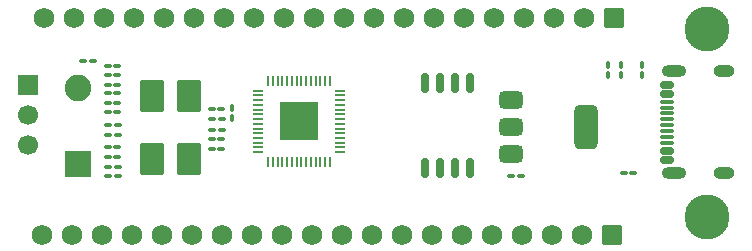
<source format=gbr>
%TF.GenerationSoftware,KiCad,Pcbnew,9.0.6*%
%TF.CreationDate,2025-11-29T13:07:23-06:00*%
%TF.ProjectId,Tony's devboard,546f6e79-2773-4206-9465-76626f617264,rev?*%
%TF.SameCoordinates,Original*%
%TF.FileFunction,Soldermask,Top*%
%TF.FilePolarity,Negative*%
%FSLAX46Y46*%
G04 Gerber Fmt 4.6, Leading zero omitted, Abs format (unit mm)*
G04 Created by KiCad (PCBNEW 9.0.6) date 2025-11-29 13:07:23*
%MOMM*%
%LPD*%
G01*
G04 APERTURE LIST*
G04 Aperture macros list*
%AMRoundRect*
0 Rectangle with rounded corners*
0 $1 Rounding radius*
0 $2 $3 $4 $5 $6 $7 $8 $9 X,Y pos of 4 corners*
0 Add a 4 corners polygon primitive as box body*
4,1,4,$2,$3,$4,$5,$6,$7,$8,$9,$2,$3,0*
0 Add four circle primitives for the rounded corners*
1,1,$1+$1,$2,$3*
1,1,$1+$1,$4,$5*
1,1,$1+$1,$6,$7*
1,1,$1+$1,$8,$9*
0 Add four rect primitives between the rounded corners*
20,1,$1+$1,$2,$3,$4,$5,0*
20,1,$1+$1,$4,$5,$6,$7,0*
20,1,$1+$1,$6,$7,$8,$9,0*
20,1,$1+$1,$8,$9,$2,$3,0*%
G04 Aperture macros list end*
%ADD10RoundRect,0.100000X-0.217500X-0.100000X0.217500X-0.100000X0.217500X0.100000X-0.217500X0.100000X0*%
%ADD11RoundRect,0.100000X0.217500X0.100000X-0.217500X0.100000X-0.217500X-0.100000X0.217500X-0.100000X0*%
%ADD12RoundRect,0.250000X0.620000X0.620000X-0.620000X0.620000X-0.620000X-0.620000X0.620000X-0.620000X0*%
%ADD13C,1.740000*%
%ADD14RoundRect,0.375000X-0.625000X-0.375000X0.625000X-0.375000X0.625000X0.375000X-0.625000X0.375000X0*%
%ADD15RoundRect,0.500000X-0.500000X-1.400000X0.500000X-1.400000X0.500000X1.400000X-0.500000X1.400000X0*%
%ADD16RoundRect,0.100000X0.100000X-0.217500X0.100000X0.217500X-0.100000X0.217500X-0.100000X-0.217500X0*%
%ADD17RoundRect,0.150000X0.425000X-0.150000X0.425000X0.150000X-0.425000X0.150000X-0.425000X-0.150000X0*%
%ADD18RoundRect,0.075000X0.500000X-0.075000X0.500000X0.075000X-0.500000X0.075000X-0.500000X-0.075000X0*%
%ADD19O,2.100000X1.000000*%
%ADD20O,1.800000X1.000000*%
%ADD21R,1.700000X1.700000*%
%ADD22C,1.700000*%
%ADD23C,2.600000*%
%ADD24C,3.800000*%
%ADD25R,2.250000X2.250000*%
%ADD26C,2.250000*%
%ADD27RoundRect,0.050000X-0.050000X0.387500X-0.050000X-0.387500X0.050000X-0.387500X0.050000X0.387500X0*%
%ADD28RoundRect,0.050000X-0.387500X0.050000X-0.387500X-0.050000X0.387500X-0.050000X0.387500X0.050000X0*%
%ADD29R,3.200000X3.200000*%
%ADD30RoundRect,0.100000X-0.100000X0.217500X-0.100000X-0.217500X0.100000X-0.217500X0.100000X0.217500X0*%
%ADD31RoundRect,0.250001X-0.799999X1.099999X-0.799999X-1.099999X0.799999X-1.099999X0.799999X1.099999X0*%
%ADD32RoundRect,0.162500X-0.162500X0.650000X-0.162500X-0.650000X0.162500X-0.650000X0.162500X0.650000X0*%
G04 APERTURE END LIST*
D10*
%TO.C,C10*%
X107585000Y-44530000D03*
X108400000Y-44530000D03*
%TD*%
D11*
%TO.C,C9*%
X99562500Y-39880000D03*
X98747500Y-39880000D03*
%TD*%
D12*
%TO.C,J4*%
X141430000Y-53390000D03*
D13*
X138890000Y-53390000D03*
X136350000Y-53390000D03*
X133810000Y-53390000D03*
X131270000Y-53390000D03*
X128730000Y-53390000D03*
X126190000Y-53390000D03*
X123650000Y-53390000D03*
X121110000Y-53390000D03*
X118570000Y-53390000D03*
X116030000Y-53390000D03*
X113490000Y-53390000D03*
X110950000Y-53390000D03*
X108410000Y-53390000D03*
X105870000Y-53390000D03*
X103330000Y-53390000D03*
X100790000Y-53390000D03*
X98250000Y-53390000D03*
X95710000Y-53390000D03*
X93170000Y-53390000D03*
%TD*%
D11*
%TO.C,C14*%
X99557500Y-42220000D03*
X98742500Y-42220000D03*
%TD*%
%TO.C,C15*%
X108370000Y-42780000D03*
X107555000Y-42780000D03*
%TD*%
D14*
%TO.C,U2*%
X132930000Y-41980000D03*
X132930000Y-44280000D03*
D15*
X139230000Y-44280000D03*
D14*
X132930000Y-46580000D03*
%TD*%
D10*
%TO.C,C12*%
X107542500Y-46110000D03*
X108357500Y-46110000D03*
%TD*%
D12*
%TO.C,J3*%
X141620000Y-35000000D03*
D13*
X139080000Y-35000000D03*
X136540000Y-35000000D03*
X134000000Y-35000000D03*
X131460000Y-35000000D03*
X128920000Y-35000000D03*
X126380000Y-35000000D03*
X123840000Y-35000000D03*
X121300000Y-35000000D03*
X118760000Y-35000000D03*
X116220000Y-35000000D03*
X113680000Y-35000000D03*
X111140000Y-35000000D03*
X108600000Y-35000000D03*
X106060000Y-35000000D03*
X103520000Y-35000000D03*
X100980000Y-35000000D03*
X98440000Y-35000000D03*
X95900000Y-35000000D03*
X93360000Y-35000000D03*
%TD*%
D16*
%TO.C,R3*%
X142200000Y-39860000D03*
X142200000Y-39045000D03*
%TD*%
D11*
%TO.C,C13*%
X133755000Y-48400000D03*
X132940000Y-48400000D03*
%TD*%
%TO.C,C3*%
X99562500Y-45950000D03*
X98747500Y-45950000D03*
%TD*%
D17*
%TO.C,J1*%
X146140000Y-47070000D03*
X146140000Y-46270000D03*
D18*
X146140000Y-45120000D03*
X146140000Y-44120000D03*
X146140000Y-43620000D03*
X146140000Y-42620000D03*
D17*
X146140000Y-41470000D03*
X146140000Y-40670000D03*
X146140000Y-40670000D03*
X146140000Y-41470000D03*
D18*
X146140000Y-42120000D03*
X146140000Y-43120000D03*
X146140000Y-44620000D03*
X146140000Y-45620000D03*
D17*
X146140000Y-46270000D03*
X146140000Y-47070000D03*
D19*
X146715000Y-48190000D03*
D20*
X150895000Y-48190000D03*
D19*
X146715000Y-39550000D03*
D20*
X150895000Y-39550000D03*
%TD*%
D10*
%TO.C,R7*%
X98755000Y-39100000D03*
X99570000Y-39100000D03*
%TD*%
D21*
%TO.C,J2*%
X92000000Y-40710000D03*
D22*
X92000000Y-43250000D03*
X92000000Y-45790000D03*
%TD*%
D10*
%TO.C,R6*%
X96665000Y-38650000D03*
X97480000Y-38650000D03*
%TD*%
D23*
%TO.C,REF\u002A\u002A*%
X149500000Y-51920000D03*
D24*
X149500000Y-51920000D03*
%TD*%
D11*
%TO.C,C4*%
X99582500Y-44980000D03*
X98767500Y-44980000D03*
%TD*%
D25*
%TO.C,SW1*%
X96220000Y-47440000D03*
D26*
X96220000Y-40940000D03*
%TD*%
D11*
%TO.C,C8*%
X99572500Y-40670000D03*
X98757500Y-40670000D03*
%TD*%
%TO.C,C5*%
X99587500Y-44070000D03*
X98772500Y-44070000D03*
%TD*%
D27*
%TO.C,U1*%
X117550000Y-40362500D03*
X117150000Y-40362500D03*
X116750000Y-40362500D03*
X116350000Y-40362500D03*
X115950000Y-40362500D03*
X115550000Y-40362500D03*
X115150000Y-40362500D03*
X114750000Y-40362500D03*
X114350000Y-40362500D03*
X113950000Y-40362500D03*
X113550000Y-40362500D03*
X113150000Y-40362500D03*
X112750000Y-40362500D03*
X112350000Y-40362500D03*
D28*
X111512500Y-41200000D03*
X111512500Y-41600000D03*
X111512500Y-42000000D03*
X111512500Y-42400000D03*
X111512500Y-42800000D03*
X111512500Y-43200000D03*
X111512500Y-43600000D03*
X111512500Y-44000000D03*
X111512500Y-44400000D03*
X111512500Y-44800000D03*
X111512500Y-45200000D03*
X111512500Y-45600000D03*
X111512500Y-46000000D03*
X111512500Y-46400000D03*
D27*
X112350000Y-47237500D03*
X112750000Y-47237500D03*
X113150000Y-47237500D03*
X113550000Y-47237500D03*
X113950000Y-47237500D03*
X114350000Y-47237500D03*
X114750000Y-47237500D03*
X115150000Y-47237500D03*
X115550000Y-47237500D03*
X115950000Y-47237500D03*
X116350000Y-47237500D03*
X116750000Y-47237500D03*
X117150000Y-47237500D03*
X117550000Y-47237500D03*
D28*
X118387500Y-46400000D03*
X118387500Y-46000000D03*
X118387500Y-45600000D03*
X118387500Y-45200000D03*
X118387500Y-44800000D03*
X118387500Y-44400000D03*
X118387500Y-44000000D03*
X118387500Y-43600000D03*
X118387500Y-43200000D03*
X118387500Y-42800000D03*
X118387500Y-42400000D03*
X118387500Y-42000000D03*
X118387500Y-41600000D03*
X118387500Y-41200000D03*
D29*
X114950000Y-43800000D03*
%TD*%
D30*
%TO.C,R2*%
X143950000Y-39045000D03*
X143950000Y-39860000D03*
%TD*%
D31*
%TO.C,Y1*%
X102530000Y-41670000D03*
X102530000Y-46970000D03*
X105630000Y-46970000D03*
X105630000Y-41670000D03*
%TD*%
D23*
%TO.C,REF\u002A\u002A*%
X149500000Y-35940000D03*
D24*
X149500000Y-35940000D03*
%TD*%
D11*
%TO.C,C1*%
X99622500Y-47630000D03*
X98807500Y-47630000D03*
%TD*%
%TO.C,C6*%
X99562500Y-42970000D03*
X98747500Y-42970000D03*
%TD*%
%TO.C,C17*%
X99617500Y-48400000D03*
X98802500Y-48400000D03*
%TD*%
D10*
%TO.C,R1*%
X142450000Y-48190000D03*
X143265000Y-48190000D03*
%TD*%
D11*
%TO.C,C16*%
X108415000Y-43580000D03*
X107600000Y-43580000D03*
%TD*%
%TO.C,C2*%
X99570000Y-46780000D03*
X98755000Y-46780000D03*
%TD*%
D10*
%TO.C,C11*%
X107560000Y-45300000D03*
X108375000Y-45300000D03*
%TD*%
D11*
%TO.C,C7*%
X99567500Y-41430000D03*
X98752500Y-41430000D03*
%TD*%
D30*
%TO.C,R5*%
X109250000Y-42662500D03*
X109250000Y-43477500D03*
%TD*%
D32*
%TO.C,U3*%
X129465000Y-40532500D03*
X128195000Y-40532500D03*
X126925000Y-40532500D03*
X125655000Y-40532500D03*
X125655000Y-47707500D03*
X126925000Y-47707500D03*
X128195000Y-47707500D03*
X129465000Y-47707500D03*
%TD*%
D16*
%TO.C,R4*%
X141150000Y-39847500D03*
X141150000Y-39032500D03*
%TD*%
M02*

</source>
